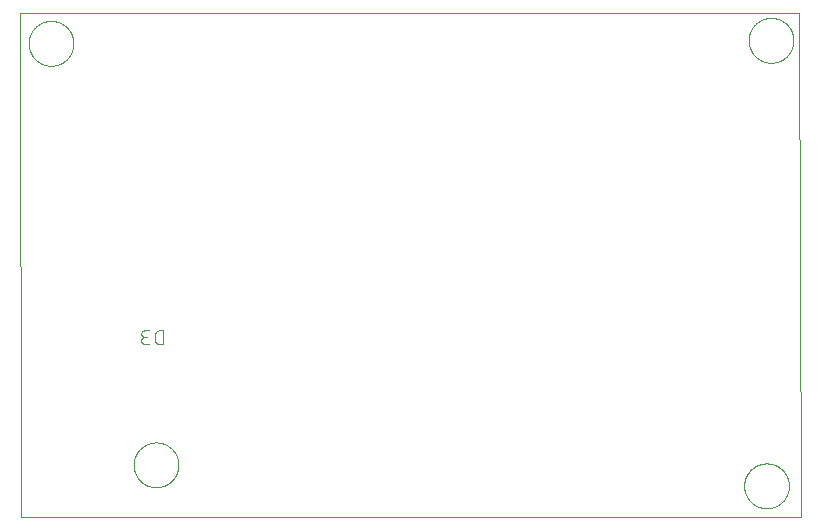
<source format=gbo>
G75*
%MOIN*%
%OFA0B0*%
%FSLAX25Y25*%
%IPPOS*%
%LPD*%
%AMOC8*
5,1,8,0,0,1.08239X$1,22.5*
%
%ADD10C,0.00000*%
%ADD11C,0.00400*%
D10*
X0006300Y0005560D02*
X0005800Y0173761D01*
X0265721Y0173761D01*
X0266221Y0005560D01*
X0006300Y0005560D01*
X0043825Y0023060D02*
X0043827Y0023243D01*
X0043834Y0023427D01*
X0043845Y0023610D01*
X0043861Y0023793D01*
X0043881Y0023975D01*
X0043906Y0024157D01*
X0043935Y0024338D01*
X0043969Y0024518D01*
X0044007Y0024698D01*
X0044049Y0024876D01*
X0044096Y0025054D01*
X0044147Y0025230D01*
X0044202Y0025405D01*
X0044262Y0025578D01*
X0044326Y0025750D01*
X0044394Y0025921D01*
X0044466Y0026089D01*
X0044543Y0026256D01*
X0044623Y0026421D01*
X0044708Y0026584D01*
X0044796Y0026744D01*
X0044888Y0026903D01*
X0044985Y0027059D01*
X0045085Y0027213D01*
X0045189Y0027364D01*
X0045296Y0027513D01*
X0045407Y0027659D01*
X0045522Y0027802D01*
X0045640Y0027942D01*
X0045761Y0028080D01*
X0045886Y0028214D01*
X0046014Y0028346D01*
X0046146Y0028474D01*
X0046280Y0028599D01*
X0046418Y0028720D01*
X0046558Y0028838D01*
X0046701Y0028953D01*
X0046847Y0029064D01*
X0046996Y0029171D01*
X0047147Y0029275D01*
X0047301Y0029375D01*
X0047457Y0029472D01*
X0047616Y0029564D01*
X0047776Y0029652D01*
X0047939Y0029737D01*
X0048104Y0029817D01*
X0048271Y0029894D01*
X0048439Y0029966D01*
X0048610Y0030034D01*
X0048782Y0030098D01*
X0048955Y0030158D01*
X0049130Y0030213D01*
X0049306Y0030264D01*
X0049484Y0030311D01*
X0049662Y0030353D01*
X0049842Y0030391D01*
X0050022Y0030425D01*
X0050203Y0030454D01*
X0050385Y0030479D01*
X0050567Y0030499D01*
X0050750Y0030515D01*
X0050933Y0030526D01*
X0051117Y0030533D01*
X0051300Y0030535D01*
X0051483Y0030533D01*
X0051667Y0030526D01*
X0051850Y0030515D01*
X0052033Y0030499D01*
X0052215Y0030479D01*
X0052397Y0030454D01*
X0052578Y0030425D01*
X0052758Y0030391D01*
X0052938Y0030353D01*
X0053116Y0030311D01*
X0053294Y0030264D01*
X0053470Y0030213D01*
X0053645Y0030158D01*
X0053818Y0030098D01*
X0053990Y0030034D01*
X0054161Y0029966D01*
X0054329Y0029894D01*
X0054496Y0029817D01*
X0054661Y0029737D01*
X0054824Y0029652D01*
X0054984Y0029564D01*
X0055143Y0029472D01*
X0055299Y0029375D01*
X0055453Y0029275D01*
X0055604Y0029171D01*
X0055753Y0029064D01*
X0055899Y0028953D01*
X0056042Y0028838D01*
X0056182Y0028720D01*
X0056320Y0028599D01*
X0056454Y0028474D01*
X0056586Y0028346D01*
X0056714Y0028214D01*
X0056839Y0028080D01*
X0056960Y0027942D01*
X0057078Y0027802D01*
X0057193Y0027659D01*
X0057304Y0027513D01*
X0057411Y0027364D01*
X0057515Y0027213D01*
X0057615Y0027059D01*
X0057712Y0026903D01*
X0057804Y0026744D01*
X0057892Y0026584D01*
X0057977Y0026421D01*
X0058057Y0026256D01*
X0058134Y0026089D01*
X0058206Y0025921D01*
X0058274Y0025750D01*
X0058338Y0025578D01*
X0058398Y0025405D01*
X0058453Y0025230D01*
X0058504Y0025054D01*
X0058551Y0024876D01*
X0058593Y0024698D01*
X0058631Y0024518D01*
X0058665Y0024338D01*
X0058694Y0024157D01*
X0058719Y0023975D01*
X0058739Y0023793D01*
X0058755Y0023610D01*
X0058766Y0023427D01*
X0058773Y0023243D01*
X0058775Y0023060D01*
X0058773Y0022877D01*
X0058766Y0022693D01*
X0058755Y0022510D01*
X0058739Y0022327D01*
X0058719Y0022145D01*
X0058694Y0021963D01*
X0058665Y0021782D01*
X0058631Y0021602D01*
X0058593Y0021422D01*
X0058551Y0021244D01*
X0058504Y0021066D01*
X0058453Y0020890D01*
X0058398Y0020715D01*
X0058338Y0020542D01*
X0058274Y0020370D01*
X0058206Y0020199D01*
X0058134Y0020031D01*
X0058057Y0019864D01*
X0057977Y0019699D01*
X0057892Y0019536D01*
X0057804Y0019376D01*
X0057712Y0019217D01*
X0057615Y0019061D01*
X0057515Y0018907D01*
X0057411Y0018756D01*
X0057304Y0018607D01*
X0057193Y0018461D01*
X0057078Y0018318D01*
X0056960Y0018178D01*
X0056839Y0018040D01*
X0056714Y0017906D01*
X0056586Y0017774D01*
X0056454Y0017646D01*
X0056320Y0017521D01*
X0056182Y0017400D01*
X0056042Y0017282D01*
X0055899Y0017167D01*
X0055753Y0017056D01*
X0055604Y0016949D01*
X0055453Y0016845D01*
X0055299Y0016745D01*
X0055143Y0016648D01*
X0054984Y0016556D01*
X0054824Y0016468D01*
X0054661Y0016383D01*
X0054496Y0016303D01*
X0054329Y0016226D01*
X0054161Y0016154D01*
X0053990Y0016086D01*
X0053818Y0016022D01*
X0053645Y0015962D01*
X0053470Y0015907D01*
X0053294Y0015856D01*
X0053116Y0015809D01*
X0052938Y0015767D01*
X0052758Y0015729D01*
X0052578Y0015695D01*
X0052397Y0015666D01*
X0052215Y0015641D01*
X0052033Y0015621D01*
X0051850Y0015605D01*
X0051667Y0015594D01*
X0051483Y0015587D01*
X0051300Y0015585D01*
X0051117Y0015587D01*
X0050933Y0015594D01*
X0050750Y0015605D01*
X0050567Y0015621D01*
X0050385Y0015641D01*
X0050203Y0015666D01*
X0050022Y0015695D01*
X0049842Y0015729D01*
X0049662Y0015767D01*
X0049484Y0015809D01*
X0049306Y0015856D01*
X0049130Y0015907D01*
X0048955Y0015962D01*
X0048782Y0016022D01*
X0048610Y0016086D01*
X0048439Y0016154D01*
X0048271Y0016226D01*
X0048104Y0016303D01*
X0047939Y0016383D01*
X0047776Y0016468D01*
X0047616Y0016556D01*
X0047457Y0016648D01*
X0047301Y0016745D01*
X0047147Y0016845D01*
X0046996Y0016949D01*
X0046847Y0017056D01*
X0046701Y0017167D01*
X0046558Y0017282D01*
X0046418Y0017400D01*
X0046280Y0017521D01*
X0046146Y0017646D01*
X0046014Y0017774D01*
X0045886Y0017906D01*
X0045761Y0018040D01*
X0045640Y0018178D01*
X0045522Y0018318D01*
X0045407Y0018461D01*
X0045296Y0018607D01*
X0045189Y0018756D01*
X0045085Y0018907D01*
X0044985Y0019061D01*
X0044888Y0019217D01*
X0044796Y0019376D01*
X0044708Y0019536D01*
X0044623Y0019699D01*
X0044543Y0019864D01*
X0044466Y0020031D01*
X0044394Y0020199D01*
X0044326Y0020370D01*
X0044262Y0020542D01*
X0044202Y0020715D01*
X0044147Y0020890D01*
X0044096Y0021066D01*
X0044049Y0021244D01*
X0044007Y0021422D01*
X0043969Y0021602D01*
X0043935Y0021782D01*
X0043906Y0021963D01*
X0043881Y0022145D01*
X0043861Y0022327D01*
X0043845Y0022510D01*
X0043834Y0022693D01*
X0043827Y0022877D01*
X0043825Y0023060D01*
X0247325Y0016060D02*
X0247327Y0016243D01*
X0247334Y0016427D01*
X0247345Y0016610D01*
X0247361Y0016793D01*
X0247381Y0016975D01*
X0247406Y0017157D01*
X0247435Y0017338D01*
X0247469Y0017518D01*
X0247507Y0017698D01*
X0247549Y0017876D01*
X0247596Y0018054D01*
X0247647Y0018230D01*
X0247702Y0018405D01*
X0247762Y0018578D01*
X0247826Y0018750D01*
X0247894Y0018921D01*
X0247966Y0019089D01*
X0248043Y0019256D01*
X0248123Y0019421D01*
X0248208Y0019584D01*
X0248296Y0019744D01*
X0248388Y0019903D01*
X0248485Y0020059D01*
X0248585Y0020213D01*
X0248689Y0020364D01*
X0248796Y0020513D01*
X0248907Y0020659D01*
X0249022Y0020802D01*
X0249140Y0020942D01*
X0249261Y0021080D01*
X0249386Y0021214D01*
X0249514Y0021346D01*
X0249646Y0021474D01*
X0249780Y0021599D01*
X0249918Y0021720D01*
X0250058Y0021838D01*
X0250201Y0021953D01*
X0250347Y0022064D01*
X0250496Y0022171D01*
X0250647Y0022275D01*
X0250801Y0022375D01*
X0250957Y0022472D01*
X0251116Y0022564D01*
X0251276Y0022652D01*
X0251439Y0022737D01*
X0251604Y0022817D01*
X0251771Y0022894D01*
X0251939Y0022966D01*
X0252110Y0023034D01*
X0252282Y0023098D01*
X0252455Y0023158D01*
X0252630Y0023213D01*
X0252806Y0023264D01*
X0252984Y0023311D01*
X0253162Y0023353D01*
X0253342Y0023391D01*
X0253522Y0023425D01*
X0253703Y0023454D01*
X0253885Y0023479D01*
X0254067Y0023499D01*
X0254250Y0023515D01*
X0254433Y0023526D01*
X0254617Y0023533D01*
X0254800Y0023535D01*
X0254983Y0023533D01*
X0255167Y0023526D01*
X0255350Y0023515D01*
X0255533Y0023499D01*
X0255715Y0023479D01*
X0255897Y0023454D01*
X0256078Y0023425D01*
X0256258Y0023391D01*
X0256438Y0023353D01*
X0256616Y0023311D01*
X0256794Y0023264D01*
X0256970Y0023213D01*
X0257145Y0023158D01*
X0257318Y0023098D01*
X0257490Y0023034D01*
X0257661Y0022966D01*
X0257829Y0022894D01*
X0257996Y0022817D01*
X0258161Y0022737D01*
X0258324Y0022652D01*
X0258484Y0022564D01*
X0258643Y0022472D01*
X0258799Y0022375D01*
X0258953Y0022275D01*
X0259104Y0022171D01*
X0259253Y0022064D01*
X0259399Y0021953D01*
X0259542Y0021838D01*
X0259682Y0021720D01*
X0259820Y0021599D01*
X0259954Y0021474D01*
X0260086Y0021346D01*
X0260214Y0021214D01*
X0260339Y0021080D01*
X0260460Y0020942D01*
X0260578Y0020802D01*
X0260693Y0020659D01*
X0260804Y0020513D01*
X0260911Y0020364D01*
X0261015Y0020213D01*
X0261115Y0020059D01*
X0261212Y0019903D01*
X0261304Y0019744D01*
X0261392Y0019584D01*
X0261477Y0019421D01*
X0261557Y0019256D01*
X0261634Y0019089D01*
X0261706Y0018921D01*
X0261774Y0018750D01*
X0261838Y0018578D01*
X0261898Y0018405D01*
X0261953Y0018230D01*
X0262004Y0018054D01*
X0262051Y0017876D01*
X0262093Y0017698D01*
X0262131Y0017518D01*
X0262165Y0017338D01*
X0262194Y0017157D01*
X0262219Y0016975D01*
X0262239Y0016793D01*
X0262255Y0016610D01*
X0262266Y0016427D01*
X0262273Y0016243D01*
X0262275Y0016060D01*
X0262273Y0015877D01*
X0262266Y0015693D01*
X0262255Y0015510D01*
X0262239Y0015327D01*
X0262219Y0015145D01*
X0262194Y0014963D01*
X0262165Y0014782D01*
X0262131Y0014602D01*
X0262093Y0014422D01*
X0262051Y0014244D01*
X0262004Y0014066D01*
X0261953Y0013890D01*
X0261898Y0013715D01*
X0261838Y0013542D01*
X0261774Y0013370D01*
X0261706Y0013199D01*
X0261634Y0013031D01*
X0261557Y0012864D01*
X0261477Y0012699D01*
X0261392Y0012536D01*
X0261304Y0012376D01*
X0261212Y0012217D01*
X0261115Y0012061D01*
X0261015Y0011907D01*
X0260911Y0011756D01*
X0260804Y0011607D01*
X0260693Y0011461D01*
X0260578Y0011318D01*
X0260460Y0011178D01*
X0260339Y0011040D01*
X0260214Y0010906D01*
X0260086Y0010774D01*
X0259954Y0010646D01*
X0259820Y0010521D01*
X0259682Y0010400D01*
X0259542Y0010282D01*
X0259399Y0010167D01*
X0259253Y0010056D01*
X0259104Y0009949D01*
X0258953Y0009845D01*
X0258799Y0009745D01*
X0258643Y0009648D01*
X0258484Y0009556D01*
X0258324Y0009468D01*
X0258161Y0009383D01*
X0257996Y0009303D01*
X0257829Y0009226D01*
X0257661Y0009154D01*
X0257490Y0009086D01*
X0257318Y0009022D01*
X0257145Y0008962D01*
X0256970Y0008907D01*
X0256794Y0008856D01*
X0256616Y0008809D01*
X0256438Y0008767D01*
X0256258Y0008729D01*
X0256078Y0008695D01*
X0255897Y0008666D01*
X0255715Y0008641D01*
X0255533Y0008621D01*
X0255350Y0008605D01*
X0255167Y0008594D01*
X0254983Y0008587D01*
X0254800Y0008585D01*
X0254617Y0008587D01*
X0254433Y0008594D01*
X0254250Y0008605D01*
X0254067Y0008621D01*
X0253885Y0008641D01*
X0253703Y0008666D01*
X0253522Y0008695D01*
X0253342Y0008729D01*
X0253162Y0008767D01*
X0252984Y0008809D01*
X0252806Y0008856D01*
X0252630Y0008907D01*
X0252455Y0008962D01*
X0252282Y0009022D01*
X0252110Y0009086D01*
X0251939Y0009154D01*
X0251771Y0009226D01*
X0251604Y0009303D01*
X0251439Y0009383D01*
X0251276Y0009468D01*
X0251116Y0009556D01*
X0250957Y0009648D01*
X0250801Y0009745D01*
X0250647Y0009845D01*
X0250496Y0009949D01*
X0250347Y0010056D01*
X0250201Y0010167D01*
X0250058Y0010282D01*
X0249918Y0010400D01*
X0249780Y0010521D01*
X0249646Y0010646D01*
X0249514Y0010774D01*
X0249386Y0010906D01*
X0249261Y0011040D01*
X0249140Y0011178D01*
X0249022Y0011318D01*
X0248907Y0011461D01*
X0248796Y0011607D01*
X0248689Y0011756D01*
X0248585Y0011907D01*
X0248485Y0012061D01*
X0248388Y0012217D01*
X0248296Y0012376D01*
X0248208Y0012536D01*
X0248123Y0012699D01*
X0248043Y0012864D01*
X0247966Y0013031D01*
X0247894Y0013199D01*
X0247826Y0013370D01*
X0247762Y0013542D01*
X0247702Y0013715D01*
X0247647Y0013890D01*
X0247596Y0014066D01*
X0247549Y0014244D01*
X0247507Y0014422D01*
X0247469Y0014602D01*
X0247435Y0014782D01*
X0247406Y0014963D01*
X0247381Y0015145D01*
X0247361Y0015327D01*
X0247345Y0015510D01*
X0247334Y0015693D01*
X0247327Y0015877D01*
X0247325Y0016060D01*
X0248825Y0164560D02*
X0248827Y0164743D01*
X0248834Y0164927D01*
X0248845Y0165110D01*
X0248861Y0165293D01*
X0248881Y0165475D01*
X0248906Y0165657D01*
X0248935Y0165838D01*
X0248969Y0166018D01*
X0249007Y0166198D01*
X0249049Y0166376D01*
X0249096Y0166554D01*
X0249147Y0166730D01*
X0249202Y0166905D01*
X0249262Y0167078D01*
X0249326Y0167250D01*
X0249394Y0167421D01*
X0249466Y0167589D01*
X0249543Y0167756D01*
X0249623Y0167921D01*
X0249708Y0168084D01*
X0249796Y0168244D01*
X0249888Y0168403D01*
X0249985Y0168559D01*
X0250085Y0168713D01*
X0250189Y0168864D01*
X0250296Y0169013D01*
X0250407Y0169159D01*
X0250522Y0169302D01*
X0250640Y0169442D01*
X0250761Y0169580D01*
X0250886Y0169714D01*
X0251014Y0169846D01*
X0251146Y0169974D01*
X0251280Y0170099D01*
X0251418Y0170220D01*
X0251558Y0170338D01*
X0251701Y0170453D01*
X0251847Y0170564D01*
X0251996Y0170671D01*
X0252147Y0170775D01*
X0252301Y0170875D01*
X0252457Y0170972D01*
X0252616Y0171064D01*
X0252776Y0171152D01*
X0252939Y0171237D01*
X0253104Y0171317D01*
X0253271Y0171394D01*
X0253439Y0171466D01*
X0253610Y0171534D01*
X0253782Y0171598D01*
X0253955Y0171658D01*
X0254130Y0171713D01*
X0254306Y0171764D01*
X0254484Y0171811D01*
X0254662Y0171853D01*
X0254842Y0171891D01*
X0255022Y0171925D01*
X0255203Y0171954D01*
X0255385Y0171979D01*
X0255567Y0171999D01*
X0255750Y0172015D01*
X0255933Y0172026D01*
X0256117Y0172033D01*
X0256300Y0172035D01*
X0256483Y0172033D01*
X0256667Y0172026D01*
X0256850Y0172015D01*
X0257033Y0171999D01*
X0257215Y0171979D01*
X0257397Y0171954D01*
X0257578Y0171925D01*
X0257758Y0171891D01*
X0257938Y0171853D01*
X0258116Y0171811D01*
X0258294Y0171764D01*
X0258470Y0171713D01*
X0258645Y0171658D01*
X0258818Y0171598D01*
X0258990Y0171534D01*
X0259161Y0171466D01*
X0259329Y0171394D01*
X0259496Y0171317D01*
X0259661Y0171237D01*
X0259824Y0171152D01*
X0259984Y0171064D01*
X0260143Y0170972D01*
X0260299Y0170875D01*
X0260453Y0170775D01*
X0260604Y0170671D01*
X0260753Y0170564D01*
X0260899Y0170453D01*
X0261042Y0170338D01*
X0261182Y0170220D01*
X0261320Y0170099D01*
X0261454Y0169974D01*
X0261586Y0169846D01*
X0261714Y0169714D01*
X0261839Y0169580D01*
X0261960Y0169442D01*
X0262078Y0169302D01*
X0262193Y0169159D01*
X0262304Y0169013D01*
X0262411Y0168864D01*
X0262515Y0168713D01*
X0262615Y0168559D01*
X0262712Y0168403D01*
X0262804Y0168244D01*
X0262892Y0168084D01*
X0262977Y0167921D01*
X0263057Y0167756D01*
X0263134Y0167589D01*
X0263206Y0167421D01*
X0263274Y0167250D01*
X0263338Y0167078D01*
X0263398Y0166905D01*
X0263453Y0166730D01*
X0263504Y0166554D01*
X0263551Y0166376D01*
X0263593Y0166198D01*
X0263631Y0166018D01*
X0263665Y0165838D01*
X0263694Y0165657D01*
X0263719Y0165475D01*
X0263739Y0165293D01*
X0263755Y0165110D01*
X0263766Y0164927D01*
X0263773Y0164743D01*
X0263775Y0164560D01*
X0263773Y0164377D01*
X0263766Y0164193D01*
X0263755Y0164010D01*
X0263739Y0163827D01*
X0263719Y0163645D01*
X0263694Y0163463D01*
X0263665Y0163282D01*
X0263631Y0163102D01*
X0263593Y0162922D01*
X0263551Y0162744D01*
X0263504Y0162566D01*
X0263453Y0162390D01*
X0263398Y0162215D01*
X0263338Y0162042D01*
X0263274Y0161870D01*
X0263206Y0161699D01*
X0263134Y0161531D01*
X0263057Y0161364D01*
X0262977Y0161199D01*
X0262892Y0161036D01*
X0262804Y0160876D01*
X0262712Y0160717D01*
X0262615Y0160561D01*
X0262515Y0160407D01*
X0262411Y0160256D01*
X0262304Y0160107D01*
X0262193Y0159961D01*
X0262078Y0159818D01*
X0261960Y0159678D01*
X0261839Y0159540D01*
X0261714Y0159406D01*
X0261586Y0159274D01*
X0261454Y0159146D01*
X0261320Y0159021D01*
X0261182Y0158900D01*
X0261042Y0158782D01*
X0260899Y0158667D01*
X0260753Y0158556D01*
X0260604Y0158449D01*
X0260453Y0158345D01*
X0260299Y0158245D01*
X0260143Y0158148D01*
X0259984Y0158056D01*
X0259824Y0157968D01*
X0259661Y0157883D01*
X0259496Y0157803D01*
X0259329Y0157726D01*
X0259161Y0157654D01*
X0258990Y0157586D01*
X0258818Y0157522D01*
X0258645Y0157462D01*
X0258470Y0157407D01*
X0258294Y0157356D01*
X0258116Y0157309D01*
X0257938Y0157267D01*
X0257758Y0157229D01*
X0257578Y0157195D01*
X0257397Y0157166D01*
X0257215Y0157141D01*
X0257033Y0157121D01*
X0256850Y0157105D01*
X0256667Y0157094D01*
X0256483Y0157087D01*
X0256300Y0157085D01*
X0256117Y0157087D01*
X0255933Y0157094D01*
X0255750Y0157105D01*
X0255567Y0157121D01*
X0255385Y0157141D01*
X0255203Y0157166D01*
X0255022Y0157195D01*
X0254842Y0157229D01*
X0254662Y0157267D01*
X0254484Y0157309D01*
X0254306Y0157356D01*
X0254130Y0157407D01*
X0253955Y0157462D01*
X0253782Y0157522D01*
X0253610Y0157586D01*
X0253439Y0157654D01*
X0253271Y0157726D01*
X0253104Y0157803D01*
X0252939Y0157883D01*
X0252776Y0157968D01*
X0252616Y0158056D01*
X0252457Y0158148D01*
X0252301Y0158245D01*
X0252147Y0158345D01*
X0251996Y0158449D01*
X0251847Y0158556D01*
X0251701Y0158667D01*
X0251558Y0158782D01*
X0251418Y0158900D01*
X0251280Y0159021D01*
X0251146Y0159146D01*
X0251014Y0159274D01*
X0250886Y0159406D01*
X0250761Y0159540D01*
X0250640Y0159678D01*
X0250522Y0159818D01*
X0250407Y0159961D01*
X0250296Y0160107D01*
X0250189Y0160256D01*
X0250085Y0160407D01*
X0249985Y0160561D01*
X0249888Y0160717D01*
X0249796Y0160876D01*
X0249708Y0161036D01*
X0249623Y0161199D01*
X0249543Y0161364D01*
X0249466Y0161531D01*
X0249394Y0161699D01*
X0249326Y0161870D01*
X0249262Y0162042D01*
X0249202Y0162215D01*
X0249147Y0162390D01*
X0249096Y0162566D01*
X0249049Y0162744D01*
X0249007Y0162922D01*
X0248969Y0163102D01*
X0248935Y0163282D01*
X0248906Y0163463D01*
X0248881Y0163645D01*
X0248861Y0163827D01*
X0248845Y0164010D01*
X0248834Y0164193D01*
X0248827Y0164377D01*
X0248825Y0164560D01*
X0008825Y0163560D02*
X0008827Y0163743D01*
X0008834Y0163927D01*
X0008845Y0164110D01*
X0008861Y0164293D01*
X0008881Y0164475D01*
X0008906Y0164657D01*
X0008935Y0164838D01*
X0008969Y0165018D01*
X0009007Y0165198D01*
X0009049Y0165376D01*
X0009096Y0165554D01*
X0009147Y0165730D01*
X0009202Y0165905D01*
X0009262Y0166078D01*
X0009326Y0166250D01*
X0009394Y0166421D01*
X0009466Y0166589D01*
X0009543Y0166756D01*
X0009623Y0166921D01*
X0009708Y0167084D01*
X0009796Y0167244D01*
X0009888Y0167403D01*
X0009985Y0167559D01*
X0010085Y0167713D01*
X0010189Y0167864D01*
X0010296Y0168013D01*
X0010407Y0168159D01*
X0010522Y0168302D01*
X0010640Y0168442D01*
X0010761Y0168580D01*
X0010886Y0168714D01*
X0011014Y0168846D01*
X0011146Y0168974D01*
X0011280Y0169099D01*
X0011418Y0169220D01*
X0011558Y0169338D01*
X0011701Y0169453D01*
X0011847Y0169564D01*
X0011996Y0169671D01*
X0012147Y0169775D01*
X0012301Y0169875D01*
X0012457Y0169972D01*
X0012616Y0170064D01*
X0012776Y0170152D01*
X0012939Y0170237D01*
X0013104Y0170317D01*
X0013271Y0170394D01*
X0013439Y0170466D01*
X0013610Y0170534D01*
X0013782Y0170598D01*
X0013955Y0170658D01*
X0014130Y0170713D01*
X0014306Y0170764D01*
X0014484Y0170811D01*
X0014662Y0170853D01*
X0014842Y0170891D01*
X0015022Y0170925D01*
X0015203Y0170954D01*
X0015385Y0170979D01*
X0015567Y0170999D01*
X0015750Y0171015D01*
X0015933Y0171026D01*
X0016117Y0171033D01*
X0016300Y0171035D01*
X0016483Y0171033D01*
X0016667Y0171026D01*
X0016850Y0171015D01*
X0017033Y0170999D01*
X0017215Y0170979D01*
X0017397Y0170954D01*
X0017578Y0170925D01*
X0017758Y0170891D01*
X0017938Y0170853D01*
X0018116Y0170811D01*
X0018294Y0170764D01*
X0018470Y0170713D01*
X0018645Y0170658D01*
X0018818Y0170598D01*
X0018990Y0170534D01*
X0019161Y0170466D01*
X0019329Y0170394D01*
X0019496Y0170317D01*
X0019661Y0170237D01*
X0019824Y0170152D01*
X0019984Y0170064D01*
X0020143Y0169972D01*
X0020299Y0169875D01*
X0020453Y0169775D01*
X0020604Y0169671D01*
X0020753Y0169564D01*
X0020899Y0169453D01*
X0021042Y0169338D01*
X0021182Y0169220D01*
X0021320Y0169099D01*
X0021454Y0168974D01*
X0021586Y0168846D01*
X0021714Y0168714D01*
X0021839Y0168580D01*
X0021960Y0168442D01*
X0022078Y0168302D01*
X0022193Y0168159D01*
X0022304Y0168013D01*
X0022411Y0167864D01*
X0022515Y0167713D01*
X0022615Y0167559D01*
X0022712Y0167403D01*
X0022804Y0167244D01*
X0022892Y0167084D01*
X0022977Y0166921D01*
X0023057Y0166756D01*
X0023134Y0166589D01*
X0023206Y0166421D01*
X0023274Y0166250D01*
X0023338Y0166078D01*
X0023398Y0165905D01*
X0023453Y0165730D01*
X0023504Y0165554D01*
X0023551Y0165376D01*
X0023593Y0165198D01*
X0023631Y0165018D01*
X0023665Y0164838D01*
X0023694Y0164657D01*
X0023719Y0164475D01*
X0023739Y0164293D01*
X0023755Y0164110D01*
X0023766Y0163927D01*
X0023773Y0163743D01*
X0023775Y0163560D01*
X0023773Y0163377D01*
X0023766Y0163193D01*
X0023755Y0163010D01*
X0023739Y0162827D01*
X0023719Y0162645D01*
X0023694Y0162463D01*
X0023665Y0162282D01*
X0023631Y0162102D01*
X0023593Y0161922D01*
X0023551Y0161744D01*
X0023504Y0161566D01*
X0023453Y0161390D01*
X0023398Y0161215D01*
X0023338Y0161042D01*
X0023274Y0160870D01*
X0023206Y0160699D01*
X0023134Y0160531D01*
X0023057Y0160364D01*
X0022977Y0160199D01*
X0022892Y0160036D01*
X0022804Y0159876D01*
X0022712Y0159717D01*
X0022615Y0159561D01*
X0022515Y0159407D01*
X0022411Y0159256D01*
X0022304Y0159107D01*
X0022193Y0158961D01*
X0022078Y0158818D01*
X0021960Y0158678D01*
X0021839Y0158540D01*
X0021714Y0158406D01*
X0021586Y0158274D01*
X0021454Y0158146D01*
X0021320Y0158021D01*
X0021182Y0157900D01*
X0021042Y0157782D01*
X0020899Y0157667D01*
X0020753Y0157556D01*
X0020604Y0157449D01*
X0020453Y0157345D01*
X0020299Y0157245D01*
X0020143Y0157148D01*
X0019984Y0157056D01*
X0019824Y0156968D01*
X0019661Y0156883D01*
X0019496Y0156803D01*
X0019329Y0156726D01*
X0019161Y0156654D01*
X0018990Y0156586D01*
X0018818Y0156522D01*
X0018645Y0156462D01*
X0018470Y0156407D01*
X0018294Y0156356D01*
X0018116Y0156309D01*
X0017938Y0156267D01*
X0017758Y0156229D01*
X0017578Y0156195D01*
X0017397Y0156166D01*
X0017215Y0156141D01*
X0017033Y0156121D01*
X0016850Y0156105D01*
X0016667Y0156094D01*
X0016483Y0156087D01*
X0016300Y0156085D01*
X0016117Y0156087D01*
X0015933Y0156094D01*
X0015750Y0156105D01*
X0015567Y0156121D01*
X0015385Y0156141D01*
X0015203Y0156166D01*
X0015022Y0156195D01*
X0014842Y0156229D01*
X0014662Y0156267D01*
X0014484Y0156309D01*
X0014306Y0156356D01*
X0014130Y0156407D01*
X0013955Y0156462D01*
X0013782Y0156522D01*
X0013610Y0156586D01*
X0013439Y0156654D01*
X0013271Y0156726D01*
X0013104Y0156803D01*
X0012939Y0156883D01*
X0012776Y0156968D01*
X0012616Y0157056D01*
X0012457Y0157148D01*
X0012301Y0157245D01*
X0012147Y0157345D01*
X0011996Y0157449D01*
X0011847Y0157556D01*
X0011701Y0157667D01*
X0011558Y0157782D01*
X0011418Y0157900D01*
X0011280Y0158021D01*
X0011146Y0158146D01*
X0011014Y0158274D01*
X0010886Y0158406D01*
X0010761Y0158540D01*
X0010640Y0158678D01*
X0010522Y0158818D01*
X0010407Y0158961D01*
X0010296Y0159107D01*
X0010189Y0159256D01*
X0010085Y0159407D01*
X0009985Y0159561D01*
X0009888Y0159717D01*
X0009796Y0159876D01*
X0009708Y0160036D01*
X0009623Y0160199D01*
X0009543Y0160364D01*
X0009466Y0160531D01*
X0009394Y0160699D01*
X0009326Y0160870D01*
X0009262Y0161042D01*
X0009202Y0161215D01*
X0009147Y0161390D01*
X0009096Y0161566D01*
X0009049Y0161744D01*
X0009007Y0161922D01*
X0008969Y0162102D01*
X0008935Y0162282D01*
X0008906Y0162463D01*
X0008881Y0162645D01*
X0008861Y0162827D01*
X0008845Y0163010D01*
X0008834Y0163193D01*
X0008827Y0163377D01*
X0008825Y0163560D01*
D11*
X0047417Y0067860D02*
X0048950Y0067860D01*
X0047417Y0067860D02*
X0047354Y0067858D01*
X0047291Y0067852D01*
X0047229Y0067843D01*
X0047168Y0067829D01*
X0047107Y0067812D01*
X0047048Y0067791D01*
X0046990Y0067766D01*
X0046933Y0067738D01*
X0046879Y0067707D01*
X0046827Y0067672D01*
X0046776Y0067634D01*
X0046728Y0067593D01*
X0046683Y0067549D01*
X0046641Y0067503D01*
X0046601Y0067454D01*
X0046565Y0067403D01*
X0046532Y0067349D01*
X0046502Y0067294D01*
X0046476Y0067236D01*
X0046453Y0067178D01*
X0046434Y0067118D01*
X0046419Y0067057D01*
X0046407Y0066995D01*
X0046399Y0066932D01*
X0046395Y0066869D01*
X0046395Y0066807D01*
X0046399Y0066744D01*
X0046407Y0066681D01*
X0046419Y0066619D01*
X0046434Y0066558D01*
X0046453Y0066498D01*
X0046476Y0066440D01*
X0046502Y0066382D01*
X0046532Y0066327D01*
X0046565Y0066273D01*
X0046601Y0066222D01*
X0046641Y0066173D01*
X0046683Y0066127D01*
X0046728Y0066083D01*
X0046776Y0066042D01*
X0046827Y0066004D01*
X0046879Y0065969D01*
X0046933Y0065938D01*
X0046990Y0065910D01*
X0047048Y0065885D01*
X0047107Y0065864D01*
X0047168Y0065847D01*
X0047229Y0065833D01*
X0047291Y0065824D01*
X0047354Y0065818D01*
X0047417Y0065816D01*
X0048439Y0065816D01*
X0047672Y0065816D02*
X0047602Y0065814D01*
X0047531Y0065808D01*
X0047462Y0065799D01*
X0047393Y0065785D01*
X0047324Y0065768D01*
X0047257Y0065747D01*
X0047191Y0065722D01*
X0047127Y0065694D01*
X0047064Y0065662D01*
X0047003Y0065627D01*
X0046944Y0065588D01*
X0046887Y0065547D01*
X0046833Y0065502D01*
X0046781Y0065454D01*
X0046732Y0065404D01*
X0046685Y0065350D01*
X0046642Y0065295D01*
X0046602Y0065237D01*
X0046565Y0065177D01*
X0046532Y0065115D01*
X0046502Y0065051D01*
X0046475Y0064986D01*
X0046452Y0064920D01*
X0046433Y0064852D01*
X0046418Y0064783D01*
X0046406Y0064714D01*
X0046398Y0064644D01*
X0046394Y0064573D01*
X0046394Y0064503D01*
X0046398Y0064432D01*
X0046406Y0064362D01*
X0046418Y0064293D01*
X0046433Y0064224D01*
X0046452Y0064156D01*
X0046475Y0064090D01*
X0046502Y0064025D01*
X0046532Y0063961D01*
X0046565Y0063899D01*
X0046602Y0063839D01*
X0046642Y0063781D01*
X0046685Y0063726D01*
X0046732Y0063672D01*
X0046781Y0063622D01*
X0046833Y0063574D01*
X0046887Y0063529D01*
X0046944Y0063488D01*
X0047003Y0063449D01*
X0047064Y0063414D01*
X0047127Y0063382D01*
X0047191Y0063354D01*
X0047257Y0063329D01*
X0047324Y0063308D01*
X0047393Y0063291D01*
X0047462Y0063277D01*
X0047531Y0063268D01*
X0047602Y0063262D01*
X0047672Y0063260D01*
X0048950Y0063260D01*
X0051044Y0064538D02*
X0051044Y0066582D01*
X0051046Y0066651D01*
X0051051Y0066720D01*
X0051061Y0066789D01*
X0051074Y0066857D01*
X0051091Y0066924D01*
X0051111Y0066990D01*
X0051135Y0067055D01*
X0051162Y0067119D01*
X0051193Y0067181D01*
X0051227Y0067241D01*
X0051264Y0067299D01*
X0051305Y0067355D01*
X0051348Y0067409D01*
X0051394Y0067461D01*
X0051443Y0067510D01*
X0051495Y0067556D01*
X0051549Y0067599D01*
X0051605Y0067640D01*
X0051663Y0067677D01*
X0051723Y0067711D01*
X0051785Y0067742D01*
X0051849Y0067769D01*
X0051914Y0067793D01*
X0051980Y0067813D01*
X0052047Y0067830D01*
X0052115Y0067843D01*
X0052184Y0067853D01*
X0052253Y0067858D01*
X0052322Y0067860D01*
X0053600Y0067860D01*
X0053600Y0063260D01*
X0052322Y0063260D01*
X0052253Y0063262D01*
X0052184Y0063267D01*
X0052115Y0063277D01*
X0052047Y0063290D01*
X0051980Y0063307D01*
X0051914Y0063327D01*
X0051849Y0063351D01*
X0051785Y0063378D01*
X0051723Y0063409D01*
X0051663Y0063443D01*
X0051605Y0063480D01*
X0051549Y0063521D01*
X0051495Y0063564D01*
X0051443Y0063610D01*
X0051394Y0063659D01*
X0051348Y0063711D01*
X0051305Y0063765D01*
X0051264Y0063821D01*
X0051227Y0063879D01*
X0051193Y0063939D01*
X0051162Y0064001D01*
X0051135Y0064065D01*
X0051111Y0064130D01*
X0051091Y0064196D01*
X0051074Y0064263D01*
X0051061Y0064331D01*
X0051051Y0064400D01*
X0051046Y0064469D01*
X0051044Y0064538D01*
M02*

</source>
